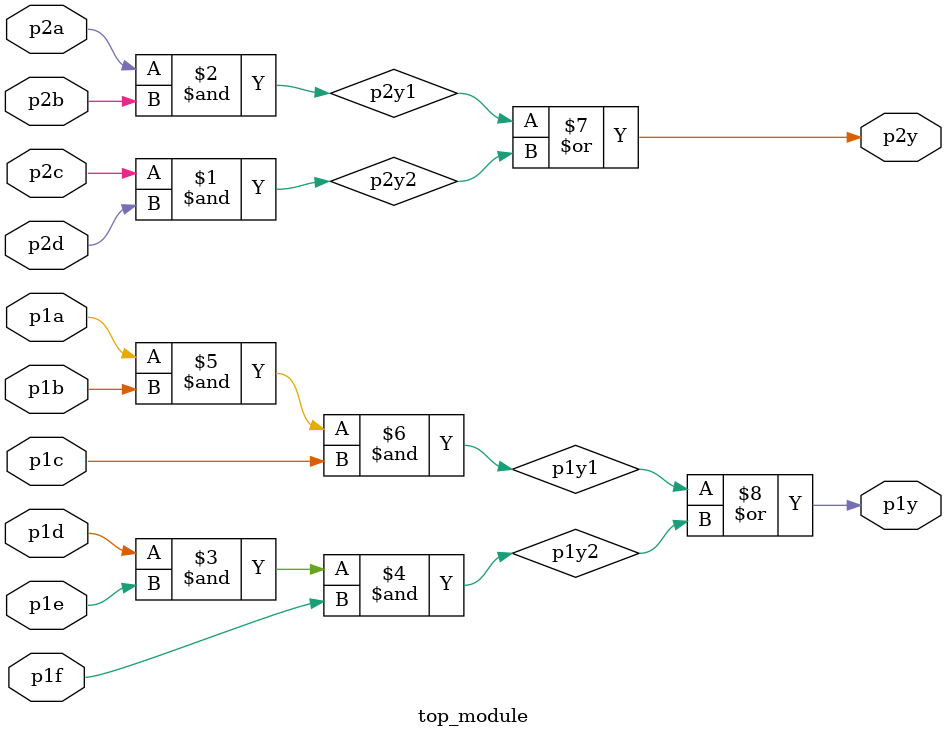
<source format=v>
module top_module ( 
    input p1a, p1b, p1c, p1d, p1e, p1f,
    output p1y,
    input p2a, p2b, p2c, p2d,
    output p2y );

    wire p1y1, p1y2, p2y1, p2y2;
    assign {p2y1, p2y2} = {p2a & p2b, p2c & p2d};
    assign {p1y1, p1y2} = {p1a & p1b & p1c, p1d & p1e & p1f};
    assign {p1y, p2y} = {p1y1 | p1y2, p2y1 | p2y2};

endmodule
</source>
